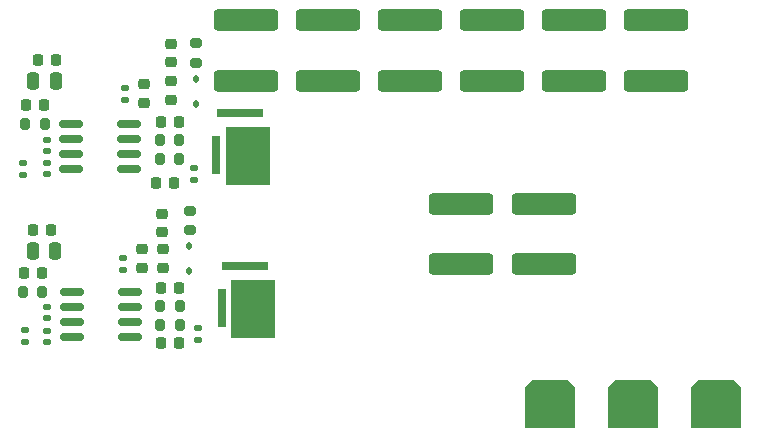
<source format=gtp>
G04 #@! TF.GenerationSoftware,KiCad,Pcbnew,8.0.1*
G04 #@! TF.CreationDate,2024-04-17T20:24:04+03:00*
G04 #@! TF.ProjectId,Daughterboard,44617567-6874-4657-9262-6f6172642e6b,rev?*
G04 #@! TF.SameCoordinates,Original*
G04 #@! TF.FileFunction,Paste,Top*
G04 #@! TF.FilePolarity,Positive*
%FSLAX46Y46*%
G04 Gerber Fmt 4.6, Leading zero omitted, Abs format (unit mm)*
G04 Created by KiCad (PCBNEW 8.0.1) date 2024-04-17 20:24:04*
%MOMM*%
%LPD*%
G01*
G04 APERTURE LIST*
G04 Aperture macros list*
%AMRoundRect*
0 Rectangle with rounded corners*
0 $1 Rounding radius*
0 $2 $3 $4 $5 $6 $7 $8 $9 X,Y pos of 4 corners*
0 Add a 4 corners polygon primitive as box body*
4,1,4,$2,$3,$4,$5,$6,$7,$8,$9,$2,$3,0*
0 Add four circle primitives for the rounded corners*
1,1,$1+$1,$2,$3*
1,1,$1+$1,$4,$5*
1,1,$1+$1,$6,$7*
1,1,$1+$1,$8,$9*
0 Add four rect primitives between the rounded corners*
20,1,$1+$1,$2,$3,$4,$5,0*
20,1,$1+$1,$4,$5,$6,$7,0*
20,1,$1+$1,$6,$7,$8,$9,0*
20,1,$1+$1,$8,$9,$2,$3,0*%
%AMOutline5P*
0 Free polygon, 5 corners , with rotation*
0 The origin of the aperture is its center*
0 number of corners: always 5*
0 $1 to $10 corner X, Y*
0 $11 Rotation angle, in degrees counterclockwise*
0 create outline with 5 corners*
4,1,5,$1,$2,$3,$4,$5,$6,$7,$8,$9,$10,$1,$2,$11*%
%AMOutline6P*
0 Free polygon, 6 corners , with rotation*
0 The origin of the aperture is its center*
0 number of corners: always 6*
0 $1 to $12 corner X, Y*
0 $13 Rotation angle, in degrees counterclockwise*
0 create outline with 6 corners*
4,1,6,$1,$2,$3,$4,$5,$6,$7,$8,$9,$10,$11,$12,$1,$2,$13*%
%AMOutline7P*
0 Free polygon, 7 corners , with rotation*
0 The origin of the aperture is its center*
0 number of corners: always 7*
0 $1 to $14 corner X, Y*
0 $15 Rotation angle, in degrees counterclockwise*
0 create outline with 7 corners*
4,1,7,$1,$2,$3,$4,$5,$6,$7,$8,$9,$10,$11,$12,$13,$14,$1,$2,$15*%
%AMOutline8P*
0 Free polygon, 8 corners , with rotation*
0 The origin of the aperture is its center*
0 number of corners: always 8*
0 $1 to $16 corner X, Y*
0 $17 Rotation angle, in degrees counterclockwise*
0 create outline with 8 corners*
4,1,8,$1,$2,$3,$4,$5,$6,$7,$8,$9,$10,$11,$12,$13,$14,$15,$16,$1,$2,$17*%
G04 Aperture macros list end*
%ADD10RoundRect,0.140000X-0.170000X0.140000X-0.170000X-0.140000X0.170000X-0.140000X0.170000X0.140000X0*%
%ADD11RoundRect,0.135000X0.185000X-0.135000X0.185000X0.135000X-0.185000X0.135000X-0.185000X-0.135000X0*%
%ADD12RoundRect,0.200000X0.275000X-0.200000X0.275000X0.200000X-0.275000X0.200000X-0.275000X-0.200000X0*%
%ADD13RoundRect,0.250000X2.450000X-0.650000X2.450000X0.650000X-2.450000X0.650000X-2.450000X-0.650000X0*%
%ADD14RoundRect,0.135000X-0.185000X0.135000X-0.185000X-0.135000X0.185000X-0.135000X0.185000X0.135000X0*%
%ADD15RoundRect,0.225000X0.250000X-0.225000X0.250000X0.225000X-0.250000X0.225000X-0.250000X-0.225000X0*%
%ADD16RoundRect,0.200000X-0.200000X-0.275000X0.200000X-0.275000X0.200000X0.275000X-0.200000X0.275000X0*%
%ADD17RoundRect,0.225000X0.225000X0.250000X-0.225000X0.250000X-0.225000X-0.250000X0.225000X-0.250000X0*%
%ADD18RoundRect,0.250000X-2.450000X0.650000X-2.450000X-0.650000X2.450000X-0.650000X2.450000X0.650000X0*%
%ADD19RoundRect,0.140000X0.170000X-0.140000X0.170000X0.140000X-0.170000X0.140000X-0.170000X-0.140000X0*%
%ADD20RoundRect,0.150000X-0.825000X-0.150000X0.825000X-0.150000X0.825000X0.150000X-0.825000X0.150000X0*%
%ADD21RoundRect,0.225000X-0.225000X-0.250000X0.225000X-0.250000X0.225000X0.250000X-0.225000X0.250000X0*%
%ADD22RoundRect,0.250000X0.250000X0.475000X-0.250000X0.475000X-0.250000X-0.475000X0.250000X-0.475000X0*%
%ADD23RoundRect,0.112500X0.112500X-0.187500X0.112500X0.187500X-0.112500X0.187500X-0.112500X-0.187500X0*%
%ADD24Outline6P,-2.100000X1.435000X-1.485000X2.050000X1.485000X2.050000X2.100000X1.435000X2.100000X-2.050000X-2.100000X-2.050000X0.000000*%
%ADD25R,3.910000X0.750000*%
%ADD26R,0.700000X3.220000*%
%ADD27R,3.710000X4.915000*%
G04 APERTURE END LIST*
D10*
X104400000Y-102970000D03*
X104400000Y-103930000D03*
D11*
X110900000Y-114010000D03*
X110900000Y-112990000D03*
D12*
X117000000Y-96425000D03*
X117000000Y-94775000D03*
D13*
X142100000Y-97950000D03*
X142100000Y-92850000D03*
D14*
X117225000Y-118890000D03*
X117225000Y-119910000D03*
D15*
X112600000Y-99800000D03*
X112600000Y-98250000D03*
X114900000Y-99550000D03*
X114900000Y-98000000D03*
D16*
X102375000Y-115800000D03*
X104025000Y-115800000D03*
D13*
X156000000Y-97950000D03*
X156000000Y-92850000D03*
D15*
X112500000Y-113775000D03*
X112500000Y-112225000D03*
D17*
X104750000Y-110600000D03*
X103200000Y-110600000D03*
D18*
X146500000Y-108350000D03*
X146500000Y-113450000D03*
D14*
X102400000Y-104890000D03*
X102400000Y-105910000D03*
D19*
X104400000Y-105880000D03*
X104400000Y-104920000D03*
D16*
X113950000Y-103000000D03*
X115600000Y-103000000D03*
D20*
X106425000Y-101614600D03*
X106425000Y-102884600D03*
X106425000Y-104154600D03*
X106425000Y-105424600D03*
X111375000Y-105424600D03*
X111375000Y-104154600D03*
X111375000Y-102884600D03*
X111375000Y-101614600D03*
D13*
X149050000Y-97950000D03*
X149050000Y-92850000D03*
D16*
X113950000Y-104600000D03*
X115600000Y-104600000D03*
D11*
X111000000Y-99560000D03*
X111000000Y-98540000D03*
D14*
X102600000Y-119090000D03*
X102600000Y-120110000D03*
D21*
X114050000Y-120200000D03*
X115600000Y-120200000D03*
D13*
X128200000Y-97950000D03*
X128200000Y-92850000D03*
D16*
X114000000Y-118600000D03*
X115650000Y-118600000D03*
D15*
X114225000Y-113775000D03*
X114225000Y-112225000D03*
D21*
X113625000Y-106600000D03*
X115175000Y-106600000D03*
D19*
X104425000Y-120080000D03*
X104425000Y-119120000D03*
D16*
X102575000Y-101600000D03*
X104225000Y-101600000D03*
D22*
X105100000Y-112400000D03*
X103200000Y-112400000D03*
D21*
X114050000Y-101450000D03*
X115600000Y-101450000D03*
D17*
X104200000Y-100000000D03*
X102650000Y-100000000D03*
D14*
X116900000Y-105380000D03*
X116900000Y-106400000D03*
D17*
X105175000Y-96200000D03*
X103625000Y-96200000D03*
D13*
X121250000Y-97950000D03*
X121250000Y-92850000D03*
D15*
X114900000Y-96375000D03*
X114900000Y-94825000D03*
D18*
X139500000Y-108350000D03*
X139500000Y-113450000D03*
D17*
X104000000Y-114200000D03*
X102450000Y-114200000D03*
D13*
X135150000Y-97950000D03*
X135150000Y-92850000D03*
D22*
X105150000Y-98000000D03*
X103250000Y-98000000D03*
D21*
X114050000Y-115500000D03*
X115600000Y-115500000D03*
D23*
X117000000Y-99900000D03*
X117000000Y-97800000D03*
D24*
X147052100Y-125349700D03*
X154052100Y-125349700D03*
X161052100Y-125349700D03*
D25*
X120755000Y-100715000D03*
D26*
X118750000Y-104250000D03*
D27*
X121405000Y-104297500D03*
D25*
X121205000Y-113665000D03*
D26*
X119200000Y-117200000D03*
D27*
X121855000Y-117247500D03*
D23*
X116425000Y-114050000D03*
X116425000Y-111950000D03*
D10*
X104425000Y-117120000D03*
X104425000Y-118080000D03*
D12*
X116500000Y-110625000D03*
X116500000Y-108975000D03*
D15*
X114200000Y-110775000D03*
X114200000Y-109225000D03*
D20*
X106520000Y-115845000D03*
X106520000Y-117115000D03*
X106520000Y-118385000D03*
X106520000Y-119655000D03*
X111470000Y-119655000D03*
X111470000Y-118385000D03*
X111470000Y-117115000D03*
X111470000Y-115845000D03*
D16*
X114000000Y-117000000D03*
X115650000Y-117000000D03*
M02*

</source>
